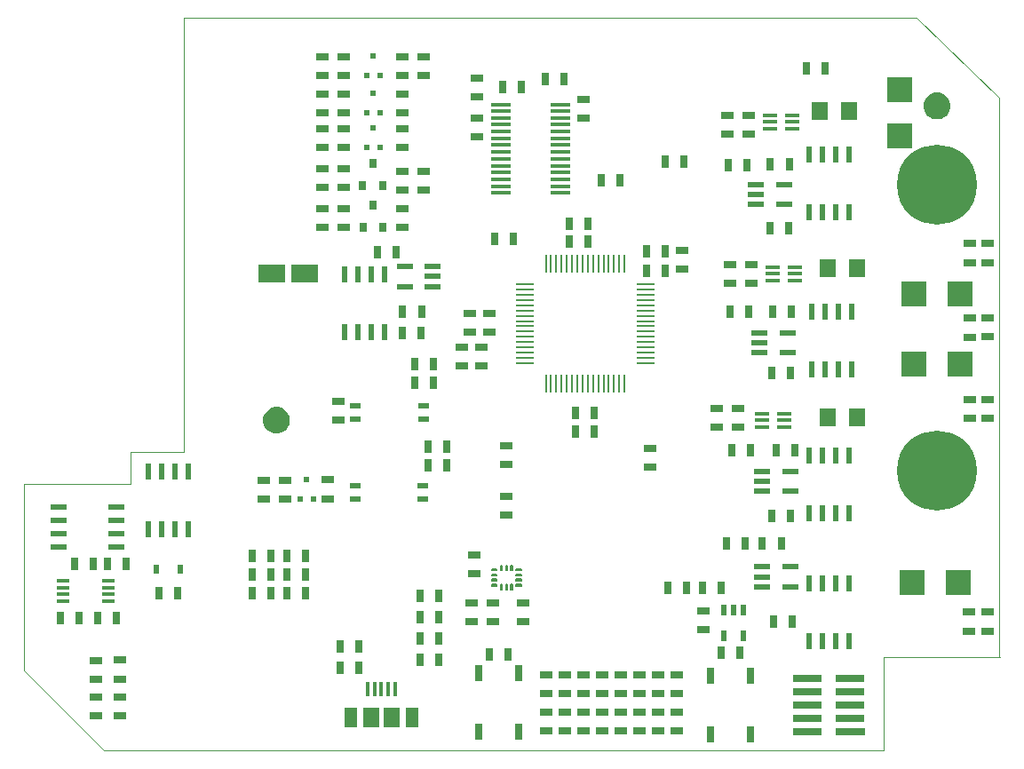
<source format=gbp>
G04 EAGLE Gerber RS-274X export*
G75*
%MOMM*%
%FSLAX34Y34*%
%LPD*%
%INBottom solder paste for stencil*%
%IPPOS*%
%AMOC8*
5,1,8,0,0,1.08239X$1,22.5*%
G01*
%ADD10C,0.000000*%
%ADD11C,7.620000*%
%ADD12R,0.609600X1.524000*%
%ADD13R,0.500000X1.000000*%
%ADD14R,1.200000X0.800000*%
%ADD15R,1.200000X0.450000*%
%ADD16R,1.524000X0.609600*%
%ADD17R,0.630000X0.830000*%
%ADD18R,1.625600X0.609600*%
%ADD19R,1.981200X0.406400*%
%ADD20R,2.400000X2.400000*%
%ADD21R,1.766000X0.270000*%
%ADD22R,0.270000X1.766000*%
%ADD23R,0.762000X1.524000*%
%ADD24R,0.800000X1.200000*%
%ADD25R,0.600000X0.550000*%
%ADD26R,0.800000X0.900000*%
%ADD27R,1.000000X0.500000*%
%ADD28R,0.400000X1.350000*%
%ADD29R,1.500000X1.900000*%
%ADD30R,1.200000X1.900000*%
%ADD31R,2.794384X0.743719*%
%ADD32R,2.789613X0.741809*%
%ADD33R,2.791434X0.740684*%
%ADD34R,2.789800X0.740544*%
%ADD35R,2.791375X0.740153*%
%ADD36R,2.789491X0.740306*%
%ADD37R,2.791263X0.739672*%
%ADD38R,2.789944X0.739906*%
%ADD39R,2.794953X0.736869*%
%ADD40R,2.789353X0.737759*%
%ADD41R,2.790009X0.740003*%
%ADD42C,0.150000*%
%ADD43R,1.473200X0.406400*%
%ADD44R,1.600000X1.800000*%
%ADD45R,2.590800X1.651000*%

G36*
X872247Y602097D02*
X872247Y602097D01*
X872257Y602102D01*
X872269Y602100D01*
X874407Y602673D01*
X874416Y602680D01*
X874428Y602681D01*
X876434Y603616D01*
X876442Y603625D01*
X876454Y603627D01*
X878267Y604897D01*
X878273Y604906D01*
X878284Y604911D01*
X879849Y606477D01*
X879852Y606485D01*
X879856Y606487D01*
X879858Y606490D01*
X879863Y606494D01*
X881133Y608307D01*
X881135Y608318D01*
X881144Y608326D01*
X882080Y610332D01*
X882080Y610343D01*
X882087Y610353D01*
X882660Y612491D01*
X882659Y612502D01*
X882664Y612513D01*
X882857Y614718D01*
X882854Y614729D01*
X882857Y614740D01*
X882664Y616946D01*
X882659Y616955D01*
X882660Y616967D01*
X882087Y619106D01*
X882080Y619114D01*
X882080Y619126D01*
X881144Y621133D01*
X881136Y621140D01*
X881133Y621152D01*
X879863Y622965D01*
X879854Y622971D01*
X879849Y622982D01*
X878284Y624547D01*
X878274Y624552D01*
X878267Y624562D01*
X876454Y625831D01*
X876443Y625834D01*
X876434Y625842D01*
X874428Y626778D01*
X874417Y626778D01*
X874407Y626785D01*
X872269Y627358D01*
X872258Y627357D01*
X872247Y627362D01*
X870042Y627555D01*
X870032Y627552D01*
X870020Y627555D01*
X867815Y627362D01*
X867805Y627357D01*
X867793Y627358D01*
X865655Y626785D01*
X865646Y626779D01*
X865634Y626778D01*
X863628Y625842D01*
X863620Y625834D01*
X863609Y625831D01*
X861795Y624562D01*
X861790Y624552D01*
X861778Y624547D01*
X860213Y622982D01*
X860209Y622972D01*
X860199Y622965D01*
X858929Y621152D01*
X858927Y621141D01*
X858918Y621133D01*
X857983Y619126D01*
X857982Y619116D01*
X857975Y619106D01*
X857402Y616967D01*
X857404Y616957D01*
X857398Y616946D01*
X857205Y614740D01*
X857209Y614730D01*
X857205Y614718D01*
X857398Y612513D01*
X857403Y612505D01*
X857402Y612504D01*
X857403Y612502D01*
X857402Y612491D01*
X857975Y610353D01*
X857982Y610344D01*
X857983Y610332D01*
X858918Y608326D01*
X858926Y608319D01*
X858929Y608307D01*
X860199Y606494D01*
X860208Y606488D01*
X860213Y606477D01*
X861778Y604911D01*
X861789Y604907D01*
X861795Y604897D01*
X863609Y603627D01*
X863619Y603625D01*
X863628Y603616D01*
X865634Y602681D01*
X865645Y602681D01*
X865655Y602673D01*
X867793Y602100D01*
X867804Y602102D01*
X867815Y602097D01*
X870020Y601904D01*
X870031Y601907D01*
X870042Y601904D01*
X872247Y602097D01*
G37*
G36*
X242529Y302419D02*
X242529Y302419D01*
X242539Y302425D01*
X242551Y302423D01*
X244689Y302996D01*
X244698Y303003D01*
X244710Y303004D01*
X246716Y303939D01*
X246724Y303947D01*
X246735Y303950D01*
X248549Y305220D01*
X248555Y305229D01*
X248566Y305234D01*
X250131Y306800D01*
X250134Y306808D01*
X250138Y306809D01*
X250140Y306813D01*
X250145Y306816D01*
X251415Y308630D01*
X251417Y308641D01*
X251426Y308649D01*
X252362Y310655D01*
X252362Y310666D01*
X252369Y310676D01*
X252942Y312814D01*
X252941Y312825D01*
X252946Y312836D01*
X253139Y315041D01*
X253135Y315052D01*
X253139Y315063D01*
X252946Y317269D01*
X252941Y317278D01*
X252942Y317290D01*
X252369Y319429D01*
X252362Y319437D01*
X252362Y319449D01*
X251426Y321456D01*
X251418Y321463D01*
X251415Y321475D01*
X250145Y323288D01*
X250136Y323294D01*
X250131Y323305D01*
X248566Y324870D01*
X248556Y324874D01*
X248549Y324884D01*
X246735Y326154D01*
X246725Y326157D01*
X246716Y326165D01*
X244710Y327101D01*
X244699Y327101D01*
X244689Y327108D01*
X242551Y327681D01*
X242540Y327680D01*
X242529Y327685D01*
X240324Y327878D01*
X240314Y327875D01*
X240302Y327878D01*
X238097Y327685D01*
X238087Y327680D01*
X238075Y327681D01*
X235937Y327108D01*
X235928Y327102D01*
X235916Y327101D01*
X233910Y326165D01*
X233902Y326157D01*
X233891Y326154D01*
X232077Y324884D01*
X232071Y324875D01*
X232060Y324870D01*
X230495Y323305D01*
X230491Y323295D01*
X230481Y323288D01*
X229211Y321475D01*
X229209Y321464D01*
X229200Y321456D01*
X228265Y319449D01*
X228264Y319438D01*
X228257Y319429D01*
X227684Y317290D01*
X227686Y317280D01*
X227680Y317269D01*
X227487Y315063D01*
X227491Y315053D01*
X227487Y315041D01*
X227680Y312836D01*
X227684Y312828D01*
X227684Y312827D01*
X227685Y312825D01*
X227684Y312814D01*
X228257Y310676D01*
X228264Y310667D01*
X228265Y310655D01*
X229200Y308649D01*
X229208Y308642D01*
X229211Y308630D01*
X230481Y306816D01*
X230490Y306811D01*
X230495Y306800D01*
X232060Y305234D01*
X232071Y305230D01*
X232077Y305220D01*
X233891Y303950D01*
X233901Y303948D01*
X233910Y303939D01*
X235916Y303004D01*
X235927Y303003D01*
X235937Y302996D01*
X238075Y302423D01*
X238086Y302425D01*
X238097Y302419D01*
X240302Y302227D01*
X240312Y302230D01*
X240324Y302227D01*
X242529Y302419D01*
G37*
D10*
X819150Y0D02*
X819150Y88900D01*
X929640Y88900D01*
X930150Y88900D01*
X929640Y622300D02*
X850900Y698500D01*
X152400Y698500D01*
X152400Y284480D01*
X101600Y284480D01*
X101600Y254000D01*
X0Y254000D01*
X0Y76200D01*
X76200Y0D01*
X929640Y88900D02*
X929640Y622300D01*
X819150Y0D02*
X76200Y0D01*
D11*
X869950Y266700D03*
X869950Y539750D03*
D12*
X305308Y453898D03*
X305308Y399034D03*
X318008Y453898D03*
X330708Y453898D03*
X318008Y399034D03*
X330708Y399034D03*
X343408Y453898D03*
X343408Y399034D03*
D10*
X855950Y542290D02*
X855954Y542634D01*
X855967Y542977D01*
X855988Y543320D01*
X856017Y543662D01*
X856055Y544004D01*
X856102Y544344D01*
X856156Y544683D01*
X856219Y545021D01*
X856290Y545357D01*
X856370Y545692D01*
X856457Y546024D01*
X856553Y546354D01*
X856657Y546682D01*
X856768Y547006D01*
X856888Y547329D01*
X857016Y547648D01*
X857151Y547963D01*
X857294Y548276D01*
X857445Y548585D01*
X857603Y548890D01*
X857769Y549191D01*
X857942Y549487D01*
X858122Y549780D01*
X858309Y550068D01*
X858504Y550351D01*
X858705Y550630D01*
X858913Y550903D01*
X859128Y551172D01*
X859349Y551434D01*
X859577Y551692D01*
X859811Y551944D01*
X860051Y552189D01*
X860296Y552429D01*
X860548Y552663D01*
X860806Y552891D01*
X861068Y553112D01*
X861337Y553327D01*
X861610Y553535D01*
X861889Y553736D01*
X862172Y553931D01*
X862460Y554118D01*
X862753Y554298D01*
X863049Y554471D01*
X863350Y554637D01*
X863655Y554795D01*
X863964Y554946D01*
X864277Y555089D01*
X864592Y555224D01*
X864911Y555352D01*
X865234Y555472D01*
X865558Y555583D01*
X865886Y555687D01*
X866216Y555783D01*
X866548Y555870D01*
X866883Y555950D01*
X867219Y556021D01*
X867557Y556084D01*
X867896Y556138D01*
X868236Y556185D01*
X868578Y556223D01*
X868920Y556252D01*
X869263Y556273D01*
X869606Y556286D01*
X869950Y556290D01*
X870294Y556286D01*
X870637Y556273D01*
X870980Y556252D01*
X871322Y556223D01*
X871664Y556185D01*
X872004Y556138D01*
X872343Y556084D01*
X872681Y556021D01*
X873017Y555950D01*
X873352Y555870D01*
X873684Y555783D01*
X874014Y555687D01*
X874342Y555583D01*
X874666Y555472D01*
X874989Y555352D01*
X875308Y555224D01*
X875623Y555089D01*
X875936Y554946D01*
X876245Y554795D01*
X876550Y554637D01*
X876851Y554471D01*
X877147Y554298D01*
X877440Y554118D01*
X877728Y553931D01*
X878011Y553736D01*
X878290Y553535D01*
X878563Y553327D01*
X878832Y553112D01*
X879094Y552891D01*
X879352Y552663D01*
X879604Y552429D01*
X879849Y552189D01*
X880089Y551944D01*
X880323Y551692D01*
X880551Y551434D01*
X880772Y551172D01*
X880987Y550903D01*
X881195Y550630D01*
X881396Y550351D01*
X881591Y550068D01*
X881778Y549780D01*
X881958Y549487D01*
X882131Y549191D01*
X882297Y548890D01*
X882455Y548585D01*
X882606Y548276D01*
X882749Y547963D01*
X882884Y547648D01*
X883012Y547329D01*
X883132Y547006D01*
X883243Y546682D01*
X883347Y546354D01*
X883443Y546024D01*
X883530Y545692D01*
X883610Y545357D01*
X883681Y545021D01*
X883744Y544683D01*
X883798Y544344D01*
X883845Y544004D01*
X883883Y543662D01*
X883912Y543320D01*
X883933Y542977D01*
X883946Y542634D01*
X883950Y542290D01*
X883946Y541946D01*
X883933Y541603D01*
X883912Y541260D01*
X883883Y540918D01*
X883845Y540576D01*
X883798Y540236D01*
X883744Y539897D01*
X883681Y539559D01*
X883610Y539223D01*
X883530Y538888D01*
X883443Y538556D01*
X883347Y538226D01*
X883243Y537898D01*
X883132Y537574D01*
X883012Y537251D01*
X882884Y536932D01*
X882749Y536617D01*
X882606Y536304D01*
X882455Y535995D01*
X882297Y535690D01*
X882131Y535389D01*
X881958Y535093D01*
X881778Y534800D01*
X881591Y534512D01*
X881396Y534229D01*
X881195Y533950D01*
X880987Y533677D01*
X880772Y533408D01*
X880551Y533146D01*
X880323Y532888D01*
X880089Y532636D01*
X879849Y532391D01*
X879604Y532151D01*
X879352Y531917D01*
X879094Y531689D01*
X878832Y531468D01*
X878563Y531253D01*
X878290Y531045D01*
X878011Y530844D01*
X877728Y530649D01*
X877440Y530462D01*
X877147Y530282D01*
X876851Y530109D01*
X876550Y529943D01*
X876245Y529785D01*
X875936Y529634D01*
X875623Y529491D01*
X875308Y529356D01*
X874989Y529228D01*
X874666Y529108D01*
X874342Y528997D01*
X874014Y528893D01*
X873684Y528797D01*
X873352Y528710D01*
X873017Y528630D01*
X872681Y528559D01*
X872343Y528496D01*
X872004Y528442D01*
X871664Y528395D01*
X871322Y528357D01*
X870980Y528328D01*
X870637Y528307D01*
X870294Y528294D01*
X869950Y528290D01*
X869606Y528294D01*
X869263Y528307D01*
X868920Y528328D01*
X868578Y528357D01*
X868236Y528395D01*
X867896Y528442D01*
X867557Y528496D01*
X867219Y528559D01*
X866883Y528630D01*
X866548Y528710D01*
X866216Y528797D01*
X865886Y528893D01*
X865558Y528997D01*
X865234Y529108D01*
X864911Y529228D01*
X864592Y529356D01*
X864277Y529491D01*
X863964Y529634D01*
X863655Y529785D01*
X863350Y529943D01*
X863049Y530109D01*
X862753Y530282D01*
X862460Y530462D01*
X862172Y530649D01*
X861889Y530844D01*
X861610Y531045D01*
X861337Y531253D01*
X861068Y531468D01*
X860806Y531689D01*
X860548Y531917D01*
X860296Y532151D01*
X860051Y532391D01*
X859811Y532636D01*
X859577Y532888D01*
X859349Y533146D01*
X859128Y533408D01*
X858913Y533677D01*
X858705Y533950D01*
X858504Y534229D01*
X858309Y534512D01*
X858122Y534800D01*
X857942Y535093D01*
X857769Y535389D01*
X857603Y535690D01*
X857445Y535995D01*
X857294Y536304D01*
X857151Y536617D01*
X857016Y536932D01*
X856888Y537251D01*
X856768Y537574D01*
X856657Y537898D01*
X856553Y538226D01*
X856457Y538556D01*
X856370Y538888D01*
X856290Y539223D01*
X856219Y539559D01*
X856156Y539897D01*
X856102Y540236D01*
X856055Y540576D01*
X856017Y540918D01*
X855988Y541260D01*
X855967Y541603D01*
X855954Y541946D01*
X855950Y542290D01*
X855950Y265430D02*
X855954Y265774D01*
X855967Y266117D01*
X855988Y266460D01*
X856017Y266802D01*
X856055Y267144D01*
X856102Y267484D01*
X856156Y267823D01*
X856219Y268161D01*
X856290Y268497D01*
X856370Y268832D01*
X856457Y269164D01*
X856553Y269494D01*
X856657Y269822D01*
X856768Y270146D01*
X856888Y270469D01*
X857016Y270788D01*
X857151Y271103D01*
X857294Y271416D01*
X857445Y271725D01*
X857603Y272030D01*
X857769Y272331D01*
X857942Y272627D01*
X858122Y272920D01*
X858309Y273208D01*
X858504Y273491D01*
X858705Y273770D01*
X858913Y274043D01*
X859128Y274312D01*
X859349Y274574D01*
X859577Y274832D01*
X859811Y275084D01*
X860051Y275329D01*
X860296Y275569D01*
X860548Y275803D01*
X860806Y276031D01*
X861068Y276252D01*
X861337Y276467D01*
X861610Y276675D01*
X861889Y276876D01*
X862172Y277071D01*
X862460Y277258D01*
X862753Y277438D01*
X863049Y277611D01*
X863350Y277777D01*
X863655Y277935D01*
X863964Y278086D01*
X864277Y278229D01*
X864592Y278364D01*
X864911Y278492D01*
X865234Y278612D01*
X865558Y278723D01*
X865886Y278827D01*
X866216Y278923D01*
X866548Y279010D01*
X866883Y279090D01*
X867219Y279161D01*
X867557Y279224D01*
X867896Y279278D01*
X868236Y279325D01*
X868578Y279363D01*
X868920Y279392D01*
X869263Y279413D01*
X869606Y279426D01*
X869950Y279430D01*
X870294Y279426D01*
X870637Y279413D01*
X870980Y279392D01*
X871322Y279363D01*
X871664Y279325D01*
X872004Y279278D01*
X872343Y279224D01*
X872681Y279161D01*
X873017Y279090D01*
X873352Y279010D01*
X873684Y278923D01*
X874014Y278827D01*
X874342Y278723D01*
X874666Y278612D01*
X874989Y278492D01*
X875308Y278364D01*
X875623Y278229D01*
X875936Y278086D01*
X876245Y277935D01*
X876550Y277777D01*
X876851Y277611D01*
X877147Y277438D01*
X877440Y277258D01*
X877728Y277071D01*
X878011Y276876D01*
X878290Y276675D01*
X878563Y276467D01*
X878832Y276252D01*
X879094Y276031D01*
X879352Y275803D01*
X879604Y275569D01*
X879849Y275329D01*
X880089Y275084D01*
X880323Y274832D01*
X880551Y274574D01*
X880772Y274312D01*
X880987Y274043D01*
X881195Y273770D01*
X881396Y273491D01*
X881591Y273208D01*
X881778Y272920D01*
X881958Y272627D01*
X882131Y272331D01*
X882297Y272030D01*
X882455Y271725D01*
X882606Y271416D01*
X882749Y271103D01*
X882884Y270788D01*
X883012Y270469D01*
X883132Y270146D01*
X883243Y269822D01*
X883347Y269494D01*
X883443Y269164D01*
X883530Y268832D01*
X883610Y268497D01*
X883681Y268161D01*
X883744Y267823D01*
X883798Y267484D01*
X883845Y267144D01*
X883883Y266802D01*
X883912Y266460D01*
X883933Y266117D01*
X883946Y265774D01*
X883950Y265430D01*
X883946Y265086D01*
X883933Y264743D01*
X883912Y264400D01*
X883883Y264058D01*
X883845Y263716D01*
X883798Y263376D01*
X883744Y263037D01*
X883681Y262699D01*
X883610Y262363D01*
X883530Y262028D01*
X883443Y261696D01*
X883347Y261366D01*
X883243Y261038D01*
X883132Y260714D01*
X883012Y260391D01*
X882884Y260072D01*
X882749Y259757D01*
X882606Y259444D01*
X882455Y259135D01*
X882297Y258830D01*
X882131Y258529D01*
X881958Y258233D01*
X881778Y257940D01*
X881591Y257652D01*
X881396Y257369D01*
X881195Y257090D01*
X880987Y256817D01*
X880772Y256548D01*
X880551Y256286D01*
X880323Y256028D01*
X880089Y255776D01*
X879849Y255531D01*
X879604Y255291D01*
X879352Y255057D01*
X879094Y254829D01*
X878832Y254608D01*
X878563Y254393D01*
X878290Y254185D01*
X878011Y253984D01*
X877728Y253789D01*
X877440Y253602D01*
X877147Y253422D01*
X876851Y253249D01*
X876550Y253083D01*
X876245Y252925D01*
X875936Y252774D01*
X875623Y252631D01*
X875308Y252496D01*
X874989Y252368D01*
X874666Y252248D01*
X874342Y252137D01*
X874014Y252033D01*
X873684Y251937D01*
X873352Y251850D01*
X873017Y251770D01*
X872681Y251699D01*
X872343Y251636D01*
X872004Y251582D01*
X871664Y251535D01*
X871322Y251497D01*
X870980Y251468D01*
X870637Y251447D01*
X870294Y251434D01*
X869950Y251430D01*
X869606Y251434D01*
X869263Y251447D01*
X868920Y251468D01*
X868578Y251497D01*
X868236Y251535D01*
X867896Y251582D01*
X867557Y251636D01*
X867219Y251699D01*
X866883Y251770D01*
X866548Y251850D01*
X866216Y251937D01*
X865886Y252033D01*
X865558Y252137D01*
X865234Y252248D01*
X864911Y252368D01*
X864592Y252496D01*
X864277Y252631D01*
X863964Y252774D01*
X863655Y252925D01*
X863350Y253083D01*
X863049Y253249D01*
X862753Y253422D01*
X862460Y253602D01*
X862172Y253789D01*
X861889Y253984D01*
X861610Y254185D01*
X861337Y254393D01*
X861068Y254608D01*
X860806Y254829D01*
X860548Y255057D01*
X860296Y255291D01*
X860051Y255531D01*
X859811Y255776D01*
X859577Y256028D01*
X859349Y256286D01*
X859128Y256548D01*
X858913Y256817D01*
X858705Y257090D01*
X858504Y257369D01*
X858309Y257652D01*
X858122Y257940D01*
X857942Y258233D01*
X857769Y258529D01*
X857603Y258830D01*
X857445Y259135D01*
X857294Y259444D01*
X857151Y259757D01*
X857016Y260072D01*
X856888Y260391D01*
X856768Y260714D01*
X856657Y261038D01*
X856553Y261366D01*
X856457Y261696D01*
X856370Y262028D01*
X856290Y262363D01*
X856219Y262699D01*
X856156Y263037D01*
X856102Y263376D01*
X856055Y263716D01*
X856017Y264058D01*
X855988Y264400D01*
X855967Y264743D01*
X855954Y265086D01*
X855950Y265430D01*
D13*
X666394Y133666D03*
X675894Y133666D03*
X685394Y133666D03*
X685394Y109666D03*
X666394Y109666D03*
D14*
X918251Y316778D03*
X918251Y334778D03*
X918499Y394564D03*
X918499Y412564D03*
X918494Y465468D03*
X918494Y483468D03*
X918263Y114089D03*
X918263Y132089D03*
D15*
X80170Y162150D03*
X80170Y155650D03*
X80170Y149150D03*
X80170Y142650D03*
X36670Y142650D03*
X36670Y149150D03*
X36670Y155650D03*
X36670Y162150D03*
D12*
X156210Y211328D03*
X156210Y266192D03*
X143510Y211328D03*
X130810Y211328D03*
X143510Y266192D03*
X130810Y266192D03*
X118110Y211328D03*
X118110Y266192D03*
D16*
X87832Y232484D03*
X32968Y232484D03*
X87832Y219784D03*
X87832Y207084D03*
X32968Y219784D03*
X32968Y207084D03*
X87832Y194384D03*
X32968Y194384D03*
D17*
X125660Y172720D03*
X148660Y172720D03*
D18*
X697642Y520718D03*
X697642Y530218D03*
X697642Y539718D03*
X724566Y539718D03*
X724566Y520718D03*
X700606Y379617D03*
X700606Y389117D03*
X700606Y398617D03*
X727530Y398617D03*
X727530Y379617D03*
X703198Y247488D03*
X703198Y256988D03*
X703198Y266488D03*
X730122Y266488D03*
X730122Y247488D03*
X703143Y156180D03*
X703143Y165680D03*
X703143Y175180D03*
X730067Y175180D03*
X730067Y156180D03*
D19*
X511302Y616204D03*
X511302Y609854D03*
X511302Y603250D03*
X511302Y596900D03*
X511302Y590296D03*
X511302Y583692D03*
X511302Y577342D03*
X511302Y570738D03*
X511302Y564388D03*
X511302Y557784D03*
X511302Y551180D03*
X511302Y544830D03*
X511302Y538226D03*
X511302Y531876D03*
X453898Y531876D03*
X453898Y538226D03*
X453898Y544830D03*
X453898Y551180D03*
X453898Y557784D03*
X453898Y564388D03*
X453898Y570738D03*
X453898Y577342D03*
X453898Y583692D03*
X453898Y590296D03*
X453898Y596900D03*
X453898Y603250D03*
X453898Y609854D03*
X453898Y616204D03*
D20*
X890680Y160020D03*
X846680Y160020D03*
X891941Y368474D03*
X847941Y368474D03*
X891861Y435639D03*
X847861Y435639D03*
X834019Y630297D03*
X834019Y586297D03*
D21*
X477072Y369644D03*
X477072Y374644D03*
X477072Y379644D03*
X477072Y384644D03*
X477072Y389644D03*
X477072Y394644D03*
X477072Y399644D03*
X477072Y404644D03*
X477072Y409644D03*
X477072Y414644D03*
X477072Y419644D03*
X477072Y424644D03*
X477072Y429644D03*
X477072Y434644D03*
X477072Y439644D03*
X477072Y444644D03*
D22*
X497080Y464652D03*
X502080Y464652D03*
X507080Y464652D03*
X512080Y464652D03*
X517080Y464652D03*
X522080Y464652D03*
X527080Y464652D03*
X532080Y464652D03*
X537080Y464652D03*
X542080Y464652D03*
X547080Y464652D03*
X552080Y464652D03*
X557080Y464652D03*
X562080Y464652D03*
X567080Y464652D03*
X572080Y464652D03*
D21*
X592088Y444644D03*
X592088Y439644D03*
X592088Y434644D03*
X592088Y429644D03*
X592088Y424644D03*
X592088Y419644D03*
X592088Y414644D03*
X592088Y409644D03*
X592088Y404644D03*
X592088Y399644D03*
X592088Y394644D03*
X592088Y389644D03*
X592088Y384644D03*
X592088Y379644D03*
X592088Y374644D03*
X592088Y369644D03*
D22*
X572080Y349636D03*
X567080Y349636D03*
X562080Y349636D03*
X557080Y349636D03*
X552080Y349636D03*
X547080Y349636D03*
X542080Y349636D03*
X537080Y349636D03*
X532080Y349636D03*
X527080Y349636D03*
X522080Y349636D03*
X517080Y349636D03*
X512080Y349636D03*
X507080Y349636D03*
X502080Y349636D03*
X497080Y349636D03*
D23*
X471170Y17780D03*
X471170Y73660D03*
X433070Y17780D03*
X433070Y73660D03*
D14*
X425037Y398987D03*
X425037Y416987D03*
X443576Y398962D03*
X443576Y416962D03*
D24*
X519265Y502675D03*
X537265Y502675D03*
X611288Y475873D03*
X593288Y475873D03*
X524962Y304619D03*
X542962Y304619D03*
X519315Y485466D03*
X537315Y485466D03*
X611288Y457222D03*
X593288Y457222D03*
X525053Y321947D03*
X543053Y321947D03*
D14*
X435798Y366776D03*
X435798Y384776D03*
X416943Y366643D03*
X416943Y384643D03*
D24*
X395080Y86360D03*
X377080Y86360D03*
X377080Y106680D03*
X395080Y106680D03*
X395080Y147320D03*
X377080Y147320D03*
D14*
X284480Y593200D03*
X284480Y575200D03*
X304800Y593200D03*
X304800Y575200D03*
D25*
X339240Y574950D03*
X326240Y574950D03*
X332740Y593450D03*
D14*
X360680Y593200D03*
X360680Y575200D03*
D24*
X455820Y632460D03*
X473820Y632460D03*
X514460Y640080D03*
X496460Y640080D03*
D14*
X431800Y603360D03*
X431800Y585360D03*
X431800Y623460D03*
X431800Y641460D03*
X533400Y603140D03*
X533400Y621140D03*
X284480Y626220D03*
X284480Y608220D03*
X304800Y626220D03*
X304800Y608220D03*
X360680Y626220D03*
X360680Y608220D03*
D25*
X339240Y607970D03*
X326240Y607970D03*
X332740Y626470D03*
D14*
X284480Y661780D03*
X284480Y643780D03*
X304800Y661780D03*
X304800Y643780D03*
D25*
X339240Y643530D03*
X326240Y643530D03*
X332740Y662030D03*
D14*
X360680Y643780D03*
X360680Y661780D03*
X381000Y643780D03*
X381000Y661780D03*
X360680Y534560D03*
X360680Y552560D03*
X304800Y555100D03*
X304800Y537100D03*
X284480Y555100D03*
X284480Y537100D03*
X360680Y499000D03*
X360680Y517000D03*
X304800Y517000D03*
X304800Y499000D03*
X284480Y517000D03*
X284480Y499000D03*
D26*
X341906Y498845D03*
X322906Y498845D03*
X332406Y519845D03*
X341438Y539140D03*
X322438Y539140D03*
X331938Y560140D03*
D27*
X315057Y239988D03*
X315057Y252688D03*
X379857Y252688D03*
X379857Y239988D03*
D14*
X299720Y315437D03*
X299720Y333437D03*
X248920Y257920D03*
X248920Y239920D03*
X228600Y239920D03*
X228600Y257920D03*
D25*
X275740Y239670D03*
X262740Y239670D03*
X269240Y258170D03*
D14*
X289482Y240230D03*
X289482Y258230D03*
D24*
X390000Y368300D03*
X372000Y368300D03*
X402700Y289560D03*
X384700Y289560D03*
X390000Y350520D03*
X372000Y350520D03*
X402700Y271780D03*
X384700Y271780D03*
D14*
X459740Y290940D03*
X459740Y272940D03*
X459740Y224680D03*
X459740Y242680D03*
X627385Y477255D03*
X627385Y459255D03*
D24*
X461120Y91440D03*
X443120Y91440D03*
X713533Y418673D03*
X731533Y418673D03*
X716615Y286102D03*
X734615Y286102D03*
X703508Y197821D03*
X721508Y197821D03*
X711174Y558786D03*
X729174Y558786D03*
X670699Y558356D03*
X688699Y558356D03*
X672894Y418685D03*
X690894Y418685D03*
X674238Y286339D03*
X692238Y286339D03*
X668957Y197951D03*
X686957Y197951D03*
X712476Y223512D03*
X730476Y223512D03*
X713772Y123048D03*
X731772Y123048D03*
X712479Y360438D03*
X730479Y360438D03*
X710825Y498125D03*
X728825Y498125D03*
D14*
X900314Y114096D03*
X900314Y132096D03*
X901094Y316892D03*
X901094Y334892D03*
X901163Y394317D03*
X901163Y412317D03*
X901165Y465483D03*
X901165Y483483D03*
D24*
X378492Y418634D03*
X360492Y418634D03*
X378245Y398160D03*
X360245Y398160D03*
X300880Y99060D03*
X318880Y99060D03*
D14*
X622300Y54500D03*
X622300Y72500D03*
X604520Y54500D03*
X604520Y72500D03*
X586740Y54500D03*
X586740Y72500D03*
X568960Y54500D03*
X568960Y72500D03*
X551180Y54500D03*
X551180Y72500D03*
X533400Y54500D03*
X533400Y72500D03*
X515620Y54500D03*
X515620Y72500D03*
X497840Y54500D03*
X497840Y72500D03*
D24*
X646320Y154940D03*
X664320Y154940D03*
X300880Y78740D03*
X318880Y78740D03*
D14*
X604520Y36940D03*
X604520Y18940D03*
X586740Y36940D03*
X586740Y18940D03*
X568960Y36940D03*
X568960Y18940D03*
X551180Y36940D03*
X551180Y18940D03*
X533400Y36940D03*
X533400Y18940D03*
X515620Y36940D03*
X515620Y18940D03*
D24*
X235060Y149860D03*
X217060Y149860D03*
X631300Y154940D03*
X613300Y154940D03*
X250080Y149860D03*
X268080Y149860D03*
X250080Y185420D03*
X268080Y185420D03*
X250080Y167640D03*
X268080Y167640D03*
X235060Y185420D03*
X217060Y185420D03*
X235060Y167640D03*
X217060Y167640D03*
X664220Y93222D03*
X682220Y93222D03*
X610760Y561340D03*
X628760Y561340D03*
X763380Y650240D03*
X745380Y650240D03*
X466200Y487680D03*
X448200Y487680D03*
D14*
X596900Y288400D03*
X596900Y270400D03*
X381000Y534560D03*
X381000Y552560D03*
X91199Y33134D03*
X91199Y51134D03*
X68500Y33134D03*
X68500Y51134D03*
X68464Y86243D03*
X68464Y68243D03*
X91208Y86358D03*
X91208Y68358D03*
D24*
X96968Y177753D03*
X78968Y177753D03*
X51948Y126537D03*
X33948Y126537D03*
X87955Y126464D03*
X69955Y126464D03*
X146160Y149860D03*
X128160Y149860D03*
X395080Y127000D03*
X377080Y127000D03*
D28*
X353360Y59060D03*
X346860Y59060D03*
X340360Y59060D03*
X333860Y59060D03*
X327360Y59060D03*
D29*
X350360Y32060D03*
X330360Y32060D03*
D30*
X369360Y32060D03*
X311360Y32060D03*
D24*
X66036Y177801D03*
X48036Y177801D03*
D18*
X389382Y461620D03*
X389382Y452120D03*
X389382Y442620D03*
X362458Y442620D03*
X362458Y461620D03*
D31*
X787422Y68599D03*
D32*
X746758Y68589D03*
D33*
X787407Y55883D03*
D34*
X746759Y55883D03*
D35*
X787407Y43181D03*
D36*
X746758Y43182D03*
D37*
X787406Y30478D03*
D38*
X746760Y30480D03*
D39*
X787425Y17764D03*
D40*
X746757Y17769D03*
D41*
X787400Y68580D03*
X746760Y68580D03*
X787400Y55880D03*
X746760Y55880D03*
X787400Y43180D03*
X746760Y43180D03*
X787400Y30480D03*
X746760Y30480D03*
X787400Y17780D03*
X746760Y17780D03*
D14*
X647700Y115460D03*
X647700Y133460D03*
D24*
X336440Y474980D03*
X354440Y474980D03*
D42*
X469040Y173350D02*
X473640Y173350D01*
X473640Y171850D01*
X469040Y171850D01*
X469040Y173350D01*
X469040Y173275D02*
X473640Y173275D01*
X473640Y168350D02*
X469040Y168350D01*
X473640Y168350D02*
X473640Y166850D01*
X469040Y166850D01*
X469040Y168350D01*
X469040Y168275D02*
X473640Y168275D01*
X473640Y163350D02*
X469040Y163350D01*
X473640Y163350D02*
X473640Y161850D01*
X469040Y161850D01*
X469040Y163350D01*
X469040Y163275D02*
X473640Y163275D01*
X473640Y158350D02*
X469040Y158350D01*
X473640Y158350D02*
X473640Y156850D01*
X469040Y156850D01*
X469040Y158350D01*
X469040Y158275D02*
X473640Y158275D01*
X465490Y158300D02*
X465490Y153700D01*
X463990Y153700D01*
X463990Y158300D01*
X465490Y158300D01*
X465490Y155125D02*
X463990Y155125D01*
X463990Y156550D02*
X465490Y156550D01*
X465490Y157975D02*
X463990Y157975D01*
X460490Y158300D02*
X460490Y153700D01*
X458990Y153700D01*
X458990Y158300D01*
X460490Y158300D01*
X460490Y155125D02*
X458990Y155125D01*
X458990Y156550D02*
X460490Y156550D01*
X460490Y157975D02*
X458990Y157975D01*
X455490Y158300D02*
X455490Y153700D01*
X453990Y153700D01*
X453990Y158300D01*
X455490Y158300D01*
X455490Y155125D02*
X453990Y155125D01*
X453990Y156550D02*
X455490Y156550D01*
X455490Y157975D02*
X453990Y157975D01*
X450440Y156850D02*
X445840Y156850D01*
X445840Y158350D01*
X450440Y158350D01*
X450440Y156850D01*
X450440Y158275D02*
X445840Y158275D01*
X445840Y161850D02*
X450440Y161850D01*
X445840Y161850D02*
X445840Y163350D01*
X450440Y163350D01*
X450440Y161850D01*
X450440Y163275D02*
X445840Y163275D01*
X445840Y166850D02*
X450440Y166850D01*
X445840Y166850D02*
X445840Y168350D01*
X450440Y168350D01*
X450440Y166850D01*
X450440Y168275D02*
X445840Y168275D01*
X445840Y171850D02*
X450440Y171850D01*
X445840Y171850D02*
X445840Y173350D01*
X450440Y173350D01*
X450440Y171850D01*
X450440Y173275D02*
X445840Y173275D01*
X453990Y171900D02*
X453990Y176500D01*
X455490Y176500D01*
X455490Y171900D01*
X453990Y171900D01*
X453990Y173325D02*
X455490Y173325D01*
X455490Y174750D02*
X453990Y174750D01*
X453990Y176175D02*
X455490Y176175D01*
X458990Y176500D02*
X458990Y171900D01*
X458990Y176500D02*
X460490Y176500D01*
X460490Y171900D01*
X458990Y171900D01*
X458990Y173325D02*
X460490Y173325D01*
X460490Y174750D02*
X458990Y174750D01*
X458990Y176175D02*
X460490Y176175D01*
X463990Y176500D02*
X463990Y171900D01*
X463990Y176500D02*
X465490Y176500D01*
X465490Y171900D01*
X463990Y171900D01*
X463990Y173325D02*
X465490Y173325D01*
X465490Y174750D02*
X463990Y174750D01*
X463990Y176175D02*
X465490Y176175D01*
D14*
X429260Y186800D03*
X429260Y168800D03*
X475139Y141137D03*
X475139Y123137D03*
X447040Y141080D03*
X447040Y123080D03*
X426720Y141080D03*
X426720Y123080D03*
D12*
X748030Y281432D03*
X748030Y226568D03*
X760730Y281432D03*
X773430Y281432D03*
X760730Y226568D03*
X773430Y226568D03*
X786130Y281432D03*
X786130Y226568D03*
X750570Y418592D03*
X750570Y363728D03*
X763270Y418592D03*
X775970Y418592D03*
X763270Y363728D03*
X775970Y363728D03*
X788670Y418592D03*
X788670Y363728D03*
X748030Y568452D03*
X748030Y513588D03*
X760730Y568452D03*
X773430Y568452D03*
X760730Y513588D03*
X773430Y513588D03*
X786130Y568452D03*
X786130Y513588D03*
X748030Y159512D03*
X748030Y104648D03*
X760730Y159512D03*
X773430Y159512D03*
X760730Y104648D03*
X773430Y104648D03*
X786130Y159512D03*
X786130Y104648D03*
D43*
X703453Y308460D03*
X703453Y314960D03*
X703453Y321460D03*
X724027Y321460D03*
X724027Y314960D03*
X724027Y308460D03*
D44*
X793780Y317500D03*
X765780Y317500D03*
X793780Y459740D03*
X765780Y459740D03*
X786160Y609600D03*
X758160Y609600D03*
D14*
X693420Y445660D03*
X693420Y463660D03*
X690880Y587900D03*
X690880Y605900D03*
X680720Y308500D03*
X680720Y326500D03*
X670560Y587900D03*
X670560Y605900D03*
X673100Y445660D03*
X673100Y463660D03*
X660400Y308500D03*
X660400Y326500D03*
D45*
X235458Y454660D03*
X267462Y454660D03*
D27*
X315580Y316230D03*
X315580Y328930D03*
X380380Y328930D03*
X380380Y316230D03*
D43*
X713613Y448160D03*
X713613Y454660D03*
X713613Y461160D03*
X734187Y461160D03*
X734187Y454660D03*
X734187Y448160D03*
X711073Y592940D03*
X711073Y599440D03*
X711073Y605940D03*
X731647Y605940D03*
X731647Y599440D03*
X731647Y592940D03*
D23*
X654050Y71120D03*
X654050Y15240D03*
X692150Y71120D03*
X692150Y15240D03*
D24*
X549800Y543560D03*
X567800Y543560D03*
D14*
X622300Y36940D03*
X622300Y18940D03*
X497840Y36940D03*
X497840Y18940D03*
M02*

</source>
